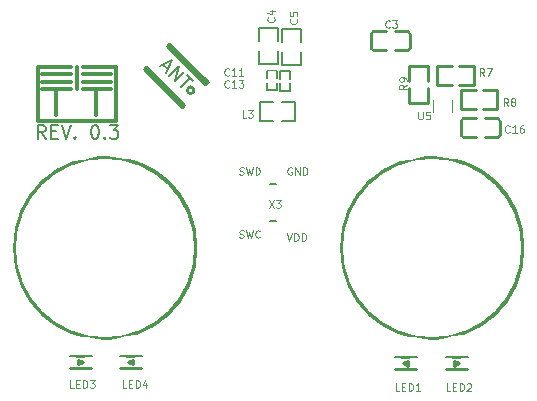
<source format=gto>
G04 #@! TF.GenerationSoftware,KiCad,Pcbnew,5.1.5-52549c5~84~ubuntu18.04.1*
G04 #@! TF.CreationDate,2020-02-14T10:24:02+02:00*
G04 #@! TF.ProjectId,Touch_Switch_2ch,546f7563-685f-4537-9769-7463685f3263,rev?*
G04 #@! TF.SameCoordinates,Original*
G04 #@! TF.FileFunction,Legend,Top*
G04 #@! TF.FilePolarity,Positive*
%FSLAX46Y46*%
G04 Gerber Fmt 4.6, Leading zero omitted, Abs format (unit mm)*
G04 Created by KiCad (PCBNEW 5.1.5-52549c5~84~ubuntu18.04.1) date 2020-02-14 10:24:02*
%MOMM*%
%LPD*%
G04 APERTURE LIST*
%ADD10C,8.000000*%
%ADD11C,0.102000*%
%ADD12C,0.178000*%
%ADD13C,0.152000*%
%ADD14C,0.254000*%
%ADD15C,0.100000*%
%ADD16C,0.200000*%
%ADD17C,0.203000*%
%ADD18C,0.305000*%
%ADD19C,0.150000*%
%ADD20R,1.102000X1.202000*%
%ADD21R,1.202000X1.102000*%
%ADD22C,1.602000*%
%ADD23R,0.402000X0.602000*%
%ADD24R,2.363000X1.550000*%
%ADD25R,0.752000X0.702000*%
%ADD26R,0.902000X0.902000*%
%ADD27C,15.102000*%
%ADD28C,1.102000*%
G04 APERTURE END LIST*
D10*
X83077003Y-54737000D02*
G75*
G03X83077003Y-54737000I-3829003J0D01*
G01*
X110763003Y-54737000D02*
G75*
G03X110763003Y-54737000I-3829003J0D01*
G01*
D11*
X90611252Y-48517023D02*
X90701966Y-48547261D01*
X90853157Y-48547261D01*
X90913633Y-48517023D01*
X90943871Y-48486785D01*
X90974109Y-48426309D01*
X90974109Y-48365833D01*
X90943871Y-48305357D01*
X90913633Y-48275119D01*
X90853157Y-48244880D01*
X90732204Y-48214642D01*
X90671728Y-48184404D01*
X90641490Y-48154166D01*
X90611252Y-48093690D01*
X90611252Y-48033214D01*
X90641490Y-47972738D01*
X90671728Y-47942500D01*
X90732204Y-47912261D01*
X90883395Y-47912261D01*
X90974109Y-47942500D01*
X91185776Y-47912261D02*
X91336966Y-48547261D01*
X91457919Y-48093690D01*
X91578871Y-48547261D01*
X91730061Y-47912261D01*
X91971966Y-48547261D02*
X91971966Y-47912261D01*
X92123157Y-47912261D01*
X92213871Y-47942500D01*
X92274347Y-48002976D01*
X92304585Y-48063452D01*
X92334823Y-48184404D01*
X92334823Y-48275119D01*
X92304585Y-48396071D01*
X92274347Y-48456547D01*
X92213871Y-48517023D01*
X92123157Y-48547261D01*
X91971966Y-48547261D01*
X90611252Y-53851023D02*
X90701966Y-53881261D01*
X90853157Y-53881261D01*
X90913633Y-53851023D01*
X90943871Y-53820785D01*
X90974109Y-53760309D01*
X90974109Y-53699833D01*
X90943871Y-53639357D01*
X90913633Y-53609119D01*
X90853157Y-53578880D01*
X90732204Y-53548642D01*
X90671728Y-53518404D01*
X90641490Y-53488166D01*
X90611252Y-53427690D01*
X90611252Y-53367214D01*
X90641490Y-53306738D01*
X90671728Y-53276500D01*
X90732204Y-53246261D01*
X90883395Y-53246261D01*
X90974109Y-53276500D01*
X91185776Y-53246261D02*
X91336966Y-53881261D01*
X91457919Y-53427690D01*
X91578871Y-53881261D01*
X91730061Y-53246261D01*
X92334823Y-53820785D02*
X92304585Y-53851023D01*
X92213871Y-53881261D01*
X92153395Y-53881261D01*
X92062680Y-53851023D01*
X92002204Y-53790547D01*
X91971966Y-53730071D01*
X91941728Y-53609119D01*
X91941728Y-53518404D01*
X91971966Y-53397452D01*
X92002204Y-53336976D01*
X92062680Y-53276500D01*
X92153395Y-53246261D01*
X92213871Y-53246261D01*
X92304585Y-53276500D01*
X92334823Y-53306738D01*
X94614776Y-53500261D02*
X94826442Y-54135261D01*
X95038109Y-53500261D01*
X95249776Y-54135261D02*
X95249776Y-53500261D01*
X95400966Y-53500261D01*
X95491680Y-53530500D01*
X95552157Y-53590976D01*
X95582395Y-53651452D01*
X95612633Y-53772404D01*
X95612633Y-53863119D01*
X95582395Y-53984071D01*
X95552157Y-54044547D01*
X95491680Y-54105023D01*
X95400966Y-54135261D01*
X95249776Y-54135261D01*
X95884776Y-54135261D02*
X95884776Y-53500261D01*
X96035966Y-53500261D01*
X96126680Y-53530500D01*
X96187157Y-53590976D01*
X96217395Y-53651452D01*
X96247633Y-53772404D01*
X96247633Y-53863119D01*
X96217395Y-53984071D01*
X96187157Y-54044547D01*
X96126680Y-54105023D01*
X96035966Y-54135261D01*
X95884776Y-54135261D01*
X95038109Y-47942500D02*
X94977633Y-47912261D01*
X94886919Y-47912261D01*
X94796204Y-47942500D01*
X94735728Y-48002976D01*
X94705490Y-48063452D01*
X94675252Y-48184404D01*
X94675252Y-48275119D01*
X94705490Y-48396071D01*
X94735728Y-48456547D01*
X94796204Y-48517023D01*
X94886919Y-48547261D01*
X94947395Y-48547261D01*
X95038109Y-48517023D01*
X95068347Y-48486785D01*
X95068347Y-48275119D01*
X94947395Y-48275119D01*
X95340490Y-48547261D02*
X95340490Y-47912261D01*
X95703347Y-48547261D01*
X95703347Y-47912261D01*
X96005728Y-48547261D02*
X96005728Y-47912261D01*
X96156919Y-47912261D01*
X96247633Y-47942500D01*
X96308109Y-48002976D01*
X96338347Y-48063452D01*
X96368585Y-48184404D01*
X96368585Y-48275119D01*
X96338347Y-48396071D01*
X96308109Y-48456547D01*
X96247633Y-48517023D01*
X96156919Y-48547261D01*
X96005728Y-48547261D01*
D12*
X74192985Y-45475071D02*
X73811985Y-44930785D01*
X73539842Y-45475071D02*
X73539842Y-44332071D01*
X73975271Y-44332071D01*
X74084128Y-44386500D01*
X74138557Y-44440928D01*
X74192985Y-44549785D01*
X74192985Y-44713071D01*
X74138557Y-44821928D01*
X74084128Y-44876357D01*
X73975271Y-44930785D01*
X73539842Y-44930785D01*
X74682842Y-44876357D02*
X75063842Y-44876357D01*
X75227128Y-45475071D02*
X74682842Y-45475071D01*
X74682842Y-44332071D01*
X75227128Y-44332071D01*
X75553700Y-44332071D02*
X75934700Y-45475071D01*
X76315700Y-44332071D01*
X76696700Y-45366214D02*
X76751128Y-45420642D01*
X76696700Y-45475071D01*
X76642271Y-45420642D01*
X76696700Y-45366214D01*
X76696700Y-45475071D01*
X78329557Y-44332071D02*
X78438414Y-44332071D01*
X78547271Y-44386500D01*
X78601700Y-44440928D01*
X78656128Y-44549785D01*
X78710557Y-44767500D01*
X78710557Y-45039642D01*
X78656128Y-45257357D01*
X78601700Y-45366214D01*
X78547271Y-45420642D01*
X78438414Y-45475071D01*
X78329557Y-45475071D01*
X78220700Y-45420642D01*
X78166271Y-45366214D01*
X78111842Y-45257357D01*
X78057414Y-45039642D01*
X78057414Y-44767500D01*
X78111842Y-44549785D01*
X78166271Y-44440928D01*
X78220700Y-44386500D01*
X78329557Y-44332071D01*
X79200414Y-45366214D02*
X79254842Y-45420642D01*
X79200414Y-45475071D01*
X79145985Y-45420642D01*
X79200414Y-45366214D01*
X79200414Y-45475071D01*
X79635842Y-44332071D02*
X80343414Y-44332071D01*
X79962414Y-44767500D01*
X80125700Y-44767500D01*
X80234557Y-44821928D01*
X80288985Y-44876357D01*
X80343414Y-44985214D01*
X80343414Y-45257357D01*
X80288985Y-45366214D01*
X80234557Y-45420642D01*
X80125700Y-45475071D01*
X79799128Y-45475071D01*
X79690271Y-45420642D01*
X79635842Y-45366214D01*
D13*
X84163105Y-39220513D02*
X84547973Y-39605381D01*
X83855211Y-39374460D02*
X84932841Y-38835645D01*
X84394026Y-39913275D01*
X84663434Y-40182683D02*
X85471657Y-39374460D01*
X85125275Y-40644525D01*
X85933498Y-39836302D01*
X86202906Y-40105709D02*
X86664748Y-40567551D01*
X85625604Y-41144853D02*
X86433827Y-40336630D01*
D14*
X86758236Y-41389236D02*
G75*
G03X86758236Y-41389236I-284000J0D01*
G01*
X82522923Y-39593185D02*
X82702528Y-39413580D01*
X82702528Y-39413580D02*
X85935420Y-42646472D01*
X85935420Y-42646472D02*
X85755815Y-42826077D01*
X85755815Y-42826077D02*
X82522923Y-39593185D01*
X84498580Y-37617528D02*
X84678185Y-37437923D01*
X84678185Y-37437923D02*
X87911077Y-40670815D01*
X87911077Y-40670815D02*
X87731472Y-40850420D01*
X87731472Y-40850420D02*
X84498580Y-37617528D01*
X110428000Y-40932000D02*
X110428000Y-39332000D01*
X108577000Y-39337000D02*
X107327000Y-39337000D01*
X108577000Y-40937000D02*
X107327000Y-40937000D01*
X109178000Y-39332000D02*
X110428000Y-39332000D01*
X109178000Y-40932000D02*
X110428000Y-40932000D01*
X107327000Y-40937000D02*
X107327000Y-39337000D01*
X112447000Y-42964000D02*
X112447000Y-41364000D01*
X110596000Y-41369000D02*
X109346000Y-41369000D01*
X110596000Y-42969000D02*
X109346000Y-42969000D01*
X111197000Y-41364000D02*
X112447000Y-41364000D01*
X111197000Y-42964000D02*
X112447000Y-42964000D01*
X109346000Y-42969000D02*
X109346000Y-41369000D01*
X104992000Y-42459000D02*
X106592000Y-42459000D01*
X106587000Y-40608000D02*
X106587000Y-39358000D01*
X104987000Y-40608000D02*
X104987000Y-39358000D01*
X106592000Y-41209000D02*
X106592000Y-42459000D01*
X104992000Y-41209000D02*
X104992000Y-42459000D01*
X104987000Y-39358000D02*
X106587000Y-39358000D01*
D15*
X107036000Y-43185000D02*
X107036000Y-42235000D01*
X108610000Y-43185000D02*
X108610000Y-42235000D01*
D11*
X108813000Y-41870000D02*
G75*
G03X108813000Y-41870000I-60000J0D01*
G01*
D16*
X93891000Y-38054000D02*
X93891000Y-39154000D01*
X93891000Y-39154000D02*
X92291000Y-39154000D01*
X92291000Y-39154000D02*
X92291000Y-38054000D01*
X93891000Y-37254000D02*
X93891000Y-36154000D01*
X93891000Y-36154000D02*
X92891000Y-36154000D01*
X92891000Y-36154000D02*
X92291000Y-36154000D01*
X92291000Y-36154000D02*
X92291000Y-37254000D01*
X95796000Y-38119000D02*
X95796000Y-39219000D01*
X95796000Y-39219000D02*
X94196000Y-39219000D01*
X94196000Y-39219000D02*
X94196000Y-38119000D01*
X95796000Y-37319000D02*
X95796000Y-36219000D01*
X95796000Y-36219000D02*
X94796000Y-36219000D01*
X94796000Y-36219000D02*
X94196000Y-36219000D01*
X94196000Y-36219000D02*
X94196000Y-37319000D01*
X93453000Y-43980000D02*
X92353000Y-43980000D01*
X92353000Y-43980000D02*
X92353000Y-42380000D01*
X92353000Y-42380000D02*
X93453000Y-42380000D01*
X94253000Y-43980000D02*
X95353000Y-43980000D01*
X95353000Y-43980000D02*
X95353000Y-42980000D01*
X95353000Y-42980000D02*
X95353000Y-42380000D01*
X95353000Y-42380000D02*
X94253000Y-42380000D01*
D14*
X105039000Y-36611000D02*
X105039000Y-37811000D01*
X102989000Y-36411000D02*
X101989000Y-36411000D01*
X102989000Y-38011000D02*
X101989000Y-38011000D01*
X103789000Y-36411000D02*
X104789000Y-36411000D01*
X103789000Y-38011000D02*
X104789000Y-38011000D01*
X101739000Y-36611000D02*
X101739000Y-37811000D01*
X101939000Y-36411000D02*
G75*
G03X101739000Y-36611000I0J-200000D01*
G01*
X101939000Y-36411000D02*
X101989000Y-36411000D01*
X101739000Y-37811000D02*
G75*
G03X101939000Y-38011000I200000J0D01*
G01*
X101939000Y-38011000D02*
X101989000Y-38011000D01*
X105039000Y-36611000D02*
G75*
G03X104839000Y-36411000I-200000J0D01*
G01*
X104839000Y-36411000D02*
X104789000Y-36411000D01*
X104839000Y-38011000D02*
G75*
G03X105039000Y-37811000I0J200000D01*
G01*
X104839000Y-38011000D02*
X104789000Y-38011000D01*
D17*
X93683000Y-49299000D02*
X93182000Y-49299000D01*
X93683000Y-52497000D02*
X93182000Y-52497000D01*
D13*
X92913000Y-40741000D02*
X92913000Y-41376000D01*
X92913000Y-41376000D02*
X93777000Y-41376000D01*
X93777000Y-41376000D02*
X93777000Y-40843000D01*
X93777000Y-40843000D02*
X93777000Y-40741000D01*
X93777000Y-40360000D02*
X93777000Y-39751000D01*
X93777000Y-39751000D02*
X92913000Y-39751000D01*
X92913000Y-39751000D02*
X92913000Y-40284000D01*
X92913000Y-40284000D02*
X92913000Y-40360000D01*
X94056000Y-40782000D02*
X94056000Y-41417000D01*
X94056000Y-41417000D02*
X94920000Y-41417000D01*
X94920000Y-41417000D02*
X94920000Y-40884000D01*
X94920000Y-40884000D02*
X94920000Y-40782000D01*
X94920000Y-40401000D02*
X94920000Y-39792000D01*
X94920000Y-39792000D02*
X94056000Y-39792000D01*
X94056000Y-39792000D02*
X94056000Y-40325000D01*
X94056000Y-40325000D02*
X94056000Y-40401000D01*
D14*
X112659000Y-43977000D02*
X112659000Y-45177000D01*
X110609000Y-43777000D02*
X109609000Y-43777000D01*
X110609000Y-45377000D02*
X109609000Y-45377000D01*
X111409000Y-43777000D02*
X112409000Y-43777000D01*
X111409000Y-45377000D02*
X112409000Y-45377000D01*
X109359000Y-43977000D02*
X109359000Y-45177000D01*
X109559000Y-43777000D02*
G75*
G03X109359000Y-43977000I0J-200000D01*
G01*
X109559000Y-43777000D02*
X109609000Y-43777000D01*
X109359000Y-45177000D02*
G75*
G03X109559000Y-45377000I200000J0D01*
G01*
X109559000Y-45377000D02*
X109609000Y-45377000D01*
X112659000Y-43977000D02*
G75*
G03X112459000Y-43777000I-200000J0D01*
G01*
X112459000Y-43777000D02*
X112409000Y-43777000D01*
X112459000Y-45377000D02*
G75*
G03X112659000Y-45177000I0J200000D01*
G01*
X112459000Y-45377000D02*
X112409000Y-45377000D01*
X76238000Y-64897000D02*
X78016000Y-64897000D01*
X76927000Y-64189000D02*
X76927000Y-64589000D01*
X76927000Y-64589000D02*
X77327000Y-64389000D01*
X77327000Y-64389000D02*
X76927000Y-64189000D01*
X76238000Y-63881000D02*
X78016000Y-63881000D01*
X82296000Y-63881000D02*
X80518000Y-63881000D01*
X81607000Y-64589000D02*
X81607000Y-64189000D01*
X81607000Y-64189000D02*
X81207000Y-64389000D01*
X81207000Y-64389000D02*
X81607000Y-64589000D01*
X82296000Y-64897000D02*
X80518000Y-64897000D01*
X108115000Y-65024000D02*
X109893000Y-65024000D01*
X108804000Y-64316000D02*
X108804000Y-64716000D01*
X108804000Y-64716000D02*
X109204000Y-64516000D01*
X109204000Y-64516000D02*
X108804000Y-64316000D01*
X108115000Y-64008000D02*
X109893000Y-64008000D01*
X105575000Y-64008000D02*
X103797000Y-64008000D01*
X104886000Y-64716000D02*
X104886000Y-64316000D01*
X104886000Y-64316000D02*
X104486000Y-64516000D01*
X104486000Y-64516000D02*
X104886000Y-64716000D01*
X105575000Y-65024000D02*
X103797000Y-65024000D01*
D18*
X77343000Y-39389000D02*
X80137000Y-39389000D01*
X80137000Y-39389000D02*
X80137000Y-43961000D01*
X73533000Y-43961000D02*
X80137000Y-43961000D01*
X73533000Y-39389000D02*
X73533000Y-43961000D01*
X73533000Y-39389000D02*
X76327000Y-39389000D01*
X76835000Y-39389000D02*
X76835000Y-41294000D01*
X75057000Y-41294000D02*
X75057000Y-43453000D01*
X73914000Y-41294000D02*
X76327000Y-41294000D01*
X77343000Y-40024000D02*
X79756000Y-40024000D01*
X73914000Y-40024000D02*
X76327000Y-40024000D01*
X78486000Y-41294000D02*
X78486000Y-43453000D01*
X77343000Y-41294000D02*
X79756000Y-41294000D01*
X73914000Y-40659000D02*
X76327000Y-40659000D01*
X77343000Y-40659000D02*
X79756000Y-40659000D01*
D11*
X111324347Y-40165261D02*
X111112680Y-39862880D01*
X110961490Y-40165261D02*
X110961490Y-39530261D01*
X111203395Y-39530261D01*
X111263871Y-39560500D01*
X111294109Y-39590738D01*
X111324347Y-39651214D01*
X111324347Y-39741928D01*
X111294109Y-39802404D01*
X111263871Y-39832642D01*
X111203395Y-39862880D01*
X110961490Y-39862880D01*
X111536014Y-39530261D02*
X111959347Y-39530261D01*
X111687204Y-40165261D01*
X113356347Y-42705261D02*
X113144680Y-42402880D01*
X112993490Y-42705261D02*
X112993490Y-42070261D01*
X113235395Y-42070261D01*
X113295871Y-42100500D01*
X113326109Y-42130738D01*
X113356347Y-42191214D01*
X113356347Y-42281928D01*
X113326109Y-42342404D01*
X113295871Y-42372642D01*
X113235395Y-42402880D01*
X112993490Y-42402880D01*
X113719204Y-42342404D02*
X113658728Y-42312166D01*
X113628490Y-42281928D01*
X113598252Y-42221452D01*
X113598252Y-42191214D01*
X113628490Y-42130738D01*
X113658728Y-42100500D01*
X113719204Y-42070261D01*
X113840157Y-42070261D01*
X113900633Y-42100500D01*
X113930871Y-42130738D01*
X113961109Y-42191214D01*
X113961109Y-42221452D01*
X113930871Y-42281928D01*
X113900633Y-42312166D01*
X113840157Y-42342404D01*
X113719204Y-42342404D01*
X113658728Y-42372642D01*
X113628490Y-42402880D01*
X113598252Y-42463357D01*
X113598252Y-42584309D01*
X113628490Y-42644785D01*
X113658728Y-42675023D01*
X113719204Y-42705261D01*
X113840157Y-42705261D01*
X113900633Y-42675023D01*
X113930871Y-42644785D01*
X113961109Y-42584309D01*
X113961109Y-42463357D01*
X113930871Y-42402880D01*
X113900633Y-42372642D01*
X113840157Y-42342404D01*
X104775261Y-40902652D02*
X104472880Y-41114319D01*
X104775261Y-41265509D02*
X104140261Y-41265509D01*
X104140261Y-41023604D01*
X104170500Y-40963128D01*
X104200738Y-40932890D01*
X104261214Y-40902652D01*
X104351928Y-40902652D01*
X104412404Y-40932890D01*
X104442642Y-40963128D01*
X104472880Y-41023604D01*
X104472880Y-41265509D01*
X104775261Y-40600271D02*
X104775261Y-40479319D01*
X104745023Y-40418842D01*
X104714785Y-40388604D01*
X104624071Y-40328128D01*
X104503119Y-40297890D01*
X104261214Y-40297890D01*
X104200738Y-40328128D01*
X104170500Y-40358366D01*
X104140261Y-40418842D01*
X104140261Y-40539795D01*
X104170500Y-40600271D01*
X104200738Y-40630509D01*
X104261214Y-40660747D01*
X104412404Y-40660747D01*
X104472880Y-40630509D01*
X104503119Y-40600271D01*
X104533357Y-40539795D01*
X104533357Y-40418842D01*
X104503119Y-40358366D01*
X104472880Y-40328128D01*
X104412404Y-40297890D01*
X105754490Y-43213261D02*
X105754490Y-43727309D01*
X105784728Y-43787785D01*
X105814966Y-43818023D01*
X105875442Y-43848261D01*
X105996395Y-43848261D01*
X106056871Y-43818023D01*
X106087109Y-43787785D01*
X106117347Y-43727309D01*
X106117347Y-43213261D01*
X106722109Y-43213261D02*
X106419728Y-43213261D01*
X106389490Y-43515642D01*
X106419728Y-43485404D01*
X106480204Y-43455166D01*
X106631395Y-43455166D01*
X106691871Y-43485404D01*
X106722109Y-43515642D01*
X106752347Y-43576119D01*
X106752347Y-43727309D01*
X106722109Y-43787785D01*
X106691871Y-43818023D01*
X106631395Y-43848261D01*
X106480204Y-43848261D01*
X106419728Y-43818023D01*
X106389490Y-43787785D01*
X93536785Y-35208652D02*
X93567023Y-35238890D01*
X93597261Y-35329604D01*
X93597261Y-35390080D01*
X93567023Y-35480795D01*
X93506547Y-35541271D01*
X93446071Y-35571509D01*
X93325119Y-35601747D01*
X93234404Y-35601747D01*
X93113452Y-35571509D01*
X93052976Y-35541271D01*
X92992500Y-35480795D01*
X92962261Y-35390080D01*
X92962261Y-35329604D01*
X92992500Y-35238890D01*
X93022738Y-35208652D01*
X93173928Y-34664366D02*
X93597261Y-34664366D01*
X92932023Y-34815557D02*
X93385595Y-34966747D01*
X93385595Y-34573652D01*
X95441785Y-35372652D02*
X95472023Y-35402890D01*
X95502261Y-35493604D01*
X95502261Y-35554080D01*
X95472023Y-35644795D01*
X95411547Y-35705271D01*
X95351071Y-35735509D01*
X95230119Y-35765747D01*
X95139404Y-35765747D01*
X95018452Y-35735509D01*
X94957976Y-35705271D01*
X94897500Y-35644795D01*
X94867261Y-35554080D01*
X94867261Y-35493604D01*
X94897500Y-35402890D01*
X94927738Y-35372652D01*
X94867261Y-34798128D02*
X94867261Y-35100509D01*
X95169642Y-35130747D01*
X95139404Y-35100509D01*
X95109166Y-35040033D01*
X95109166Y-34888842D01*
X95139404Y-34828366D01*
X95169642Y-34798128D01*
X95230119Y-34767890D01*
X95381309Y-34767890D01*
X95441785Y-34798128D01*
X95472023Y-34828366D01*
X95502261Y-34888842D01*
X95502261Y-35040033D01*
X95472023Y-35100509D01*
X95441785Y-35130747D01*
X91197871Y-43721261D02*
X90895490Y-43721261D01*
X90895490Y-43086261D01*
X91349061Y-43086261D02*
X91742157Y-43086261D01*
X91530490Y-43328166D01*
X91621204Y-43328166D01*
X91681680Y-43358404D01*
X91711919Y-43388642D01*
X91742157Y-43449119D01*
X91742157Y-43600309D01*
X91711919Y-43660785D01*
X91681680Y-43691023D01*
X91621204Y-43721261D01*
X91439776Y-43721261D01*
X91379300Y-43691023D01*
X91349061Y-43660785D01*
X103345347Y-36040785D02*
X103315109Y-36071023D01*
X103224395Y-36101261D01*
X103163919Y-36101261D01*
X103073204Y-36071023D01*
X103012728Y-36010547D01*
X102982490Y-35950071D01*
X102952252Y-35829119D01*
X102952252Y-35738404D01*
X102982490Y-35617452D01*
X103012728Y-35556976D01*
X103073204Y-35496500D01*
X103163919Y-35466261D01*
X103224395Y-35466261D01*
X103315109Y-35496500D01*
X103345347Y-35526738D01*
X103557014Y-35466261D02*
X103950109Y-35466261D01*
X103738442Y-35708166D01*
X103829157Y-35708166D01*
X103889633Y-35738404D01*
X103919871Y-35768642D01*
X103950109Y-35829119D01*
X103950109Y-35980309D01*
X103919871Y-36040785D01*
X103889633Y-36071023D01*
X103829157Y-36101261D01*
X103647728Y-36101261D01*
X103587252Y-36071023D01*
X103557014Y-36040785D01*
X93096014Y-50706261D02*
X93519347Y-51341261D01*
X93519347Y-50706261D02*
X93096014Y-51341261D01*
X93700776Y-50706261D02*
X94093871Y-50706261D01*
X93882204Y-50948166D01*
X93972919Y-50948166D01*
X94033395Y-50978404D01*
X94063633Y-51008642D01*
X94093871Y-51069119D01*
X94093871Y-51220309D01*
X94063633Y-51280785D01*
X94033395Y-51311023D01*
X93972919Y-51341261D01*
X93791490Y-51341261D01*
X93731014Y-51311023D01*
X93700776Y-51280785D01*
X89734347Y-41120785D02*
X89704109Y-41151023D01*
X89613395Y-41181261D01*
X89552919Y-41181261D01*
X89462204Y-41151023D01*
X89401728Y-41090547D01*
X89371490Y-41030071D01*
X89341252Y-40909119D01*
X89341252Y-40818404D01*
X89371490Y-40697452D01*
X89401728Y-40636976D01*
X89462204Y-40576500D01*
X89552919Y-40546261D01*
X89613395Y-40546261D01*
X89704109Y-40576500D01*
X89734347Y-40606738D01*
X90339109Y-41181261D02*
X89976252Y-41181261D01*
X90157680Y-41181261D02*
X90157680Y-40546261D01*
X90097204Y-40636976D01*
X90036728Y-40697452D01*
X89976252Y-40727690D01*
X90550776Y-40546261D02*
X90943871Y-40546261D01*
X90732204Y-40788166D01*
X90822919Y-40788166D01*
X90883395Y-40818404D01*
X90913633Y-40848642D01*
X90943871Y-40909119D01*
X90943871Y-41060309D01*
X90913633Y-41120785D01*
X90883395Y-41151023D01*
X90822919Y-41181261D01*
X90641490Y-41181261D01*
X90581014Y-41151023D01*
X90550776Y-41120785D01*
X89734347Y-40104785D02*
X89704109Y-40135023D01*
X89613395Y-40165261D01*
X89552919Y-40165261D01*
X89462204Y-40135023D01*
X89401728Y-40074547D01*
X89371490Y-40014071D01*
X89341252Y-39893119D01*
X89341252Y-39802404D01*
X89371490Y-39681452D01*
X89401728Y-39620976D01*
X89462204Y-39560500D01*
X89552919Y-39530261D01*
X89613395Y-39530261D01*
X89704109Y-39560500D01*
X89734347Y-39590738D01*
X90339109Y-40165261D02*
X89976252Y-40165261D01*
X90157680Y-40165261D02*
X90157680Y-39530261D01*
X90097204Y-39620976D01*
X90036728Y-39681452D01*
X89976252Y-39711690D01*
X90943871Y-40165261D02*
X90581014Y-40165261D01*
X90762442Y-40165261D02*
X90762442Y-39530261D01*
X90701966Y-39620976D01*
X90641490Y-39681452D01*
X90581014Y-39711690D01*
X113483347Y-44930785D02*
X113453109Y-44961023D01*
X113362395Y-44991261D01*
X113301919Y-44991261D01*
X113211204Y-44961023D01*
X113150728Y-44900547D01*
X113120490Y-44840071D01*
X113090252Y-44719119D01*
X113090252Y-44628404D01*
X113120490Y-44507452D01*
X113150728Y-44446976D01*
X113211204Y-44386500D01*
X113301919Y-44356261D01*
X113362395Y-44356261D01*
X113453109Y-44386500D01*
X113483347Y-44416738D01*
X114088109Y-44991261D02*
X113725252Y-44991261D01*
X113906680Y-44991261D02*
X113906680Y-44356261D01*
X113846204Y-44446976D01*
X113785728Y-44507452D01*
X113725252Y-44537690D01*
X114632395Y-44356261D02*
X114511442Y-44356261D01*
X114450966Y-44386500D01*
X114420728Y-44416738D01*
X114360252Y-44507452D01*
X114330014Y-44628404D01*
X114330014Y-44870309D01*
X114360252Y-44930785D01*
X114390490Y-44961023D01*
X114450966Y-44991261D01*
X114571919Y-44991261D01*
X114632395Y-44961023D01*
X114662633Y-44930785D01*
X114692871Y-44870309D01*
X114692871Y-44719119D01*
X114662633Y-44658642D01*
X114632395Y-44628404D01*
X114571919Y-44598166D01*
X114450966Y-44598166D01*
X114390490Y-44628404D01*
X114360252Y-44658642D01*
X114330014Y-44719119D01*
X76592871Y-66581261D02*
X76290490Y-66581261D01*
X76290490Y-65946261D01*
X76804538Y-66248642D02*
X77016204Y-66248642D01*
X77106919Y-66581261D02*
X76804538Y-66581261D01*
X76804538Y-65946261D01*
X77106919Y-65946261D01*
X77379061Y-66581261D02*
X77379061Y-65946261D01*
X77530252Y-65946261D01*
X77620966Y-65976500D01*
X77681442Y-66036976D01*
X77711680Y-66097452D01*
X77741919Y-66218404D01*
X77741919Y-66309119D01*
X77711680Y-66430071D01*
X77681442Y-66490547D01*
X77620966Y-66551023D01*
X77530252Y-66581261D01*
X77379061Y-66581261D01*
X77953585Y-65946261D02*
X78346680Y-65946261D01*
X78135014Y-66188166D01*
X78225728Y-66188166D01*
X78286204Y-66218404D01*
X78316442Y-66248642D01*
X78346680Y-66309119D01*
X78346680Y-66460309D01*
X78316442Y-66520785D01*
X78286204Y-66551023D01*
X78225728Y-66581261D01*
X78044300Y-66581261D01*
X77983823Y-66551023D01*
X77953585Y-66520785D01*
X81037871Y-66581261D02*
X80735490Y-66581261D01*
X80735490Y-65946261D01*
X81249538Y-66248642D02*
X81461204Y-66248642D01*
X81551919Y-66581261D02*
X81249538Y-66581261D01*
X81249538Y-65946261D01*
X81551919Y-65946261D01*
X81824061Y-66581261D02*
X81824061Y-65946261D01*
X81975252Y-65946261D01*
X82065966Y-65976500D01*
X82126442Y-66036976D01*
X82156680Y-66097452D01*
X82186919Y-66218404D01*
X82186919Y-66309119D01*
X82156680Y-66430071D01*
X82126442Y-66490547D01*
X82065966Y-66551023D01*
X81975252Y-66581261D01*
X81824061Y-66581261D01*
X82731204Y-66157928D02*
X82731204Y-66581261D01*
X82580014Y-65916023D02*
X82428823Y-66369595D01*
X82821919Y-66369595D01*
X108469871Y-66835261D02*
X108167490Y-66835261D01*
X108167490Y-66200261D01*
X108681538Y-66502642D02*
X108893204Y-66502642D01*
X108983919Y-66835261D02*
X108681538Y-66835261D01*
X108681538Y-66200261D01*
X108983919Y-66200261D01*
X109256061Y-66835261D02*
X109256061Y-66200261D01*
X109407252Y-66200261D01*
X109497966Y-66230500D01*
X109558442Y-66290976D01*
X109588680Y-66351452D01*
X109618919Y-66472404D01*
X109618919Y-66563119D01*
X109588680Y-66684071D01*
X109558442Y-66744547D01*
X109497966Y-66805023D01*
X109407252Y-66835261D01*
X109256061Y-66835261D01*
X109860823Y-66260738D02*
X109891061Y-66230500D01*
X109951538Y-66200261D01*
X110102728Y-66200261D01*
X110163204Y-66230500D01*
X110193442Y-66260738D01*
X110223680Y-66321214D01*
X110223680Y-66381690D01*
X110193442Y-66472404D01*
X109830585Y-66835261D01*
X110223680Y-66835261D01*
X104151871Y-66835261D02*
X103849490Y-66835261D01*
X103849490Y-66200261D01*
X104363538Y-66502642D02*
X104575204Y-66502642D01*
X104665919Y-66835261D02*
X104363538Y-66835261D01*
X104363538Y-66200261D01*
X104665919Y-66200261D01*
X104938061Y-66835261D02*
X104938061Y-66200261D01*
X105089252Y-66200261D01*
X105179966Y-66230500D01*
X105240442Y-66290976D01*
X105270680Y-66351452D01*
X105300919Y-66472404D01*
X105300919Y-66563119D01*
X105270680Y-66684071D01*
X105240442Y-66744547D01*
X105179966Y-66805023D01*
X105089252Y-66835261D01*
X104938061Y-66835261D01*
X105905680Y-66835261D02*
X105542823Y-66835261D01*
X105724252Y-66835261D02*
X105724252Y-66200261D01*
X105663776Y-66290976D01*
X105603300Y-66351452D01*
X105542823Y-66381690D01*
D19*
%LPC*%
D15*
G36*
X87302965Y-43704303D02*
G01*
X86240891Y-42642229D01*
X87727229Y-41155891D01*
X88789303Y-42217965D01*
X87302965Y-43704303D01*
G37*
G36*
X82706771Y-39108109D02*
G01*
X81644697Y-38046035D01*
X83131035Y-36559697D01*
X84193109Y-37621771D01*
X82706771Y-39108109D01*
G37*
D20*
X108078000Y-40132000D03*
X109678000Y-40132000D03*
X110097000Y-42164000D03*
X111697000Y-42164000D03*
D21*
X105792000Y-40109000D03*
X105792000Y-41709000D03*
D22*
X95918000Y-71992000D03*
X95918000Y-69992000D03*
X97918000Y-71992000D03*
X97918000Y-69992000D03*
X99918000Y-71992000D03*
X99918000Y-69992000D03*
X101918000Y-71992000D03*
X101918000Y-69992000D03*
X103918000Y-71992000D03*
X103918000Y-69992000D03*
X93918000Y-71942000D03*
X93918000Y-69992000D03*
X91918000Y-71992000D03*
X91918000Y-69992000D03*
D23*
X107823000Y-43560000D03*
X107823000Y-41860000D03*
X107315000Y-41860000D03*
X108331000Y-41860000D03*
X107315000Y-43560000D03*
X108331000Y-43560000D03*
D21*
X93091000Y-36954000D03*
X93091000Y-38354000D03*
X94996000Y-37019000D03*
X94996000Y-38419000D03*
D20*
X94553000Y-43180000D03*
X93153000Y-43180000D03*
X102489000Y-37211000D03*
X104289000Y-37211000D03*
D24*
X95326000Y-52299000D03*
X91542000Y-52299000D03*
X91542000Y-49505000D03*
X95326000Y-49505000D03*
D25*
X93345000Y-40132000D03*
X93345000Y-40980000D03*
X94488000Y-40173000D03*
X94488000Y-41021000D03*
D20*
X110109000Y-44577000D03*
X111909000Y-44577000D03*
D26*
X76327000Y-64389000D03*
X77927000Y-64389000D03*
X82207000Y-64389000D03*
X80607000Y-64389000D03*
X108204000Y-64516000D03*
X109804000Y-64516000D03*
X105486000Y-64516000D03*
X103886000Y-64516000D03*
D27*
X79247000Y-54737000D03*
X106933000Y-54737000D03*
D28*
X75184000Y-63246000D03*
X83439000Y-63246000D03*
X102743000Y-63246000D03*
X110998000Y-63246000D03*
M02*

</source>
